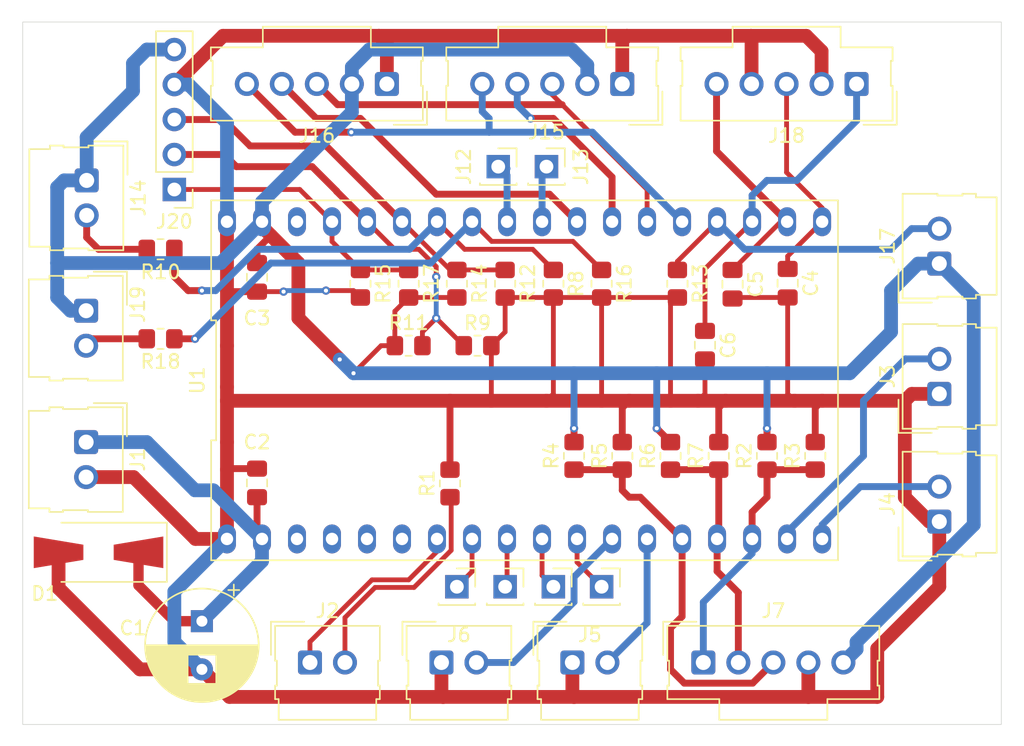
<source format=kicad_pcb>
(kicad_pcb (version 20241229) (generator "pcbnew") (generator_version "9.0")
  (layers (0 "F.Cu" signal) (2 "B.Cu" signal) (13 "F.Paste" user) (15 "B.Paste" user) (5 "F.SilkS" user "F.Silkscreen") (7 "B.SilkS" user "B.Silkscreen") (1 "F.Mask" user) (3 "B.Mask" user) (25 "Edge.Cuts" user))
  (net 0 "")
  (net 1 "GND")
  (net 2 "5V")
  (net 3 "Vcc")
  (net 4 "ENC_A")
  (net 5 "ENC_B")
  (net 6 "ENC_SW")
  (net 7 "Net-(J2-Pin_2)")
  (net 8 "RESET_SW")
  (net 9 "ADC1")
  (net 10 "ADC2")
  (net 11 "ADC3")
  (net 12 "ADC4")
  (net 13 "LED_DIO")
  (net 14 "LED_STB")
  (net 15 "LED_CLK")
  (net 16 "SW_EX1")
  (net 17 "TC_SCK")
  (net 18 "TC_CS1")
  (net 19 "TC_SO")
  (net 20 "TC_CS2")
  (net 21 "SW_MODE")
  (net 22 "SW_EX2")
  (net 23 "EX_CLK")
  (net 24 "EX_STB")
  (net 25 "EX_DIO")
  (net 27 "Net-(J8-Pin_1)")
  (net 28 "Net-(J9-Pin_1)")
  (net 32 "Net-(J10-Pin_1)")
  (net 34 "Net-(J11-Pin_1)")
  (net 35 "Net-(J12-Pin_1)")
  (net 36 "Net-(J13-Pin_1)")
  (net 37 "Net-(J14-Pin_2)")
  (net 38 "Net-(J19-Pin_2)")
  (footprint "Connector_PinSocket_2.54mm:PinSocket_1x01_P2.54mm_Vertical" (layer "F.Cu") (at 149 73)
    (property "Reference" "J13")
    (property "Value" "Conn_01x01_Pin")
  )
  (footprint "Resistor_SMD:R_0805_2012Metric_Pad1.20x1.40mm_HandSolder" (layer "F.Cu") (at 168.5 94 90)
    (property "Reference" "R3")
    (property "Value" "NA")
  )
  (footprint "Capacitor_SMD:C_0805_2012Metric_Pad1.18x1.45mm_HandSolder" (layer "F.Cu") (at 128 81.0375 90)
    (property "Reference" "C3")
    (property "Value" "C_Small")
  )
  (footprint "ESPBrew:DIP-36_907_ELL" (layer "F.Cu") (at 147.41 88.515)
    (property "Reference" "U1")
    (property "Value" "~")
  )
  (footprint "Connector_Molex:Molex_SL_171971-0002_1x02_P2.54mm_Vertical" (layer "F.Cu") (at 177.5 98.77 90)
    (property "Reference" "J4")
    (property "Value" "Conn_01x02")
  )
  (footprint "Connector_Molex:Molex_SL_171971-0002_1x02_P2.54mm_Vertical" (layer "F.Cu") (at 177.5 89.5 90)
    (property "Reference" "J3")
    (property "Value" "Conn_01x02")
  )
  (footprint "Resistor_SMD:R_0805_2012Metric_Pad1.20x1.40mm_HandSolder" (layer "F.Cu") (at 154.5 94 90)
    (property "Reference" "R5")
    (property "Value" "NA")
  )
  (footprint "Resistor_SMD:R_0805_2012Metric_Pad1.20x1.40mm_HandSolder" (layer "F.Cu") (at 139 81.5 -90)
    (property "Reference" "R17")
    (property "Value" "NA")
  )
  (footprint "Capacitor_SMD:C_0805_2012Metric_Pad1.18x1.45mm_HandSolder" (layer "F.Cu") (at 160.5 85.9625 -90)
    (property "Reference" "C6")
    (property "Value" "1uF")
  )
  (footprint "Resistor_SMD:R_0805_2012Metric_Pad1.20x1.40mm_HandSolder" (layer "F.Cu") (at 153 81.5 -90)
    (property "Reference" "R16")
    (property "Value" "10k")
  )
  (footprint "Connector_Molex:Molex_SL_171971-0005_1x05_P2.54mm_Vertical" (layer "F.Cu") (at 160.38 109)
    (property "Reference" "J7")
    (property "Value" "Digital LED")
  )
  (footprint "Connector_Molex:Molex_SL_171971-0002_1x02_P2.54mm_Vertical" (layer "F.Cu") (at 115.6 83.46 -90)
    (property "Reference" "J19")
    (property "Value" "Conn_01x02")
  )
  (footprint "Connector_Molex:Molex_SL_171971-0002_1x02_P2.54mm_Vertical" (layer "F.Cu") (at 115.6 93 -90)
    (property "Reference" "J1")
    (property "Value" "Conn_01x02")
  )
  (footprint "Resistor_SMD:R_0805_2012Metric_Pad1.20x1.40mm_HandSolder" (layer "F.Cu") (at 121 85.5 180)
    (property "Reference" "R18")
    (property "Value" "0")
  )
  (footprint "Connector_Molex:Molex_SL_171971-0002_1x02_P2.54mm_Vertical" (layer "F.Cu") (at 131.84 109)
    (property "Reference" "J2")
    (property "Value" "Conn_01x02")
  )
  (footprint "MountingHole:MountingHole_3mm" (layer "F.Cu") (at 178.5 110)
    (property "Reference" "H4")
    (property "Value" "MountingHole")
  )
  (footprint "Resistor_SMD:R_0805_2012Metric_Pad1.20x1.40mm_HandSolder" (layer "F.Cu") (at 165 94 90)
    (property "Reference" "R2")
    (property "Value" "NA")
  )
  (footprint "Connector_Molex:Molex_SL_171971-0002_1x02_P2.54mm_Vertical" (layer "F.Cu") (at 141.38 109)
    (property "Reference" "J6")
    (property "Value" "Conn_01x02")
  )
  (footprint "Resistor_SMD:R_0805_2012Metric_Pad1.20x1.40mm_HandSolder" (layer "F.Cu") (at 158.5 81.5 -90)
    (property "Reference" "R13")
    (property "Value" "10k")
  )
  (footprint "Connector_PinSocket_2.54mm:PinSocket_1x01_P2.54mm_Vertical" (layer "F.Cu") (at 142.5 103.5)
    (property "Reference" "J8" (hide yes))
    (property "Value" "Conn_01x01_Pin")
  )
  (footprint "Connector_Molex:Molex_SL_171971-0005_1x05_P2.54mm_Vertical" (layer "F.Cu") (at 137.42 67 180)
    (property "Reference" "J16")
    (property "Value" "Conn_01x05")
  )
  (footprint "Connector_PinSocket_2.54mm:PinSocket_1x01_P2.54mm_Vertical" (layer "F.Cu") (at 153 103.5)
    (property "Reference" "J11" (hide yes))
    (property "Value" "Conn_01x01_Pin")
  )
  (footprint "Resistor_SMD:R_0805_2012Metric_Pad1.20x1.40mm_HandSolder" (layer "F.Cu") (at 139 86 180)
    (property "Reference" "R11")
    (property "Value" "NA")
  )
  (footprint "MountingHole:MountingHole_3mm" (layer "F.Cu") (at 178.5 66)
    (property "Reference" "H1")
    (property "Value" "MountingHole")
  )
  (footprint "Resistor_SMD:R_0805_2012Metric_Pad1.20x1.40mm_HandSolder" (layer "F.Cu") (at 161.5 94 90)
    (property "Reference" "R7")
    (property "Value" "NA")
  )
  (footprint "Connector_Molex:Molex_SL_171971-0002_1x02_P2.54mm_Vertical" (layer "F.Cu") (at 115.64 74 -90)
    (property "Reference" "J14")
    (property "Value" "Conn_01x02")
  )
  (footprint "MountingHole:MountingHole_3mm" (layer "F.Cu") (at 114.5 110)
    (property "Reference" "H3")
    (property "Value" "MountingHole")
  )
  (footprint "Connector_PinHeader_2.54mm:PinHeader_1x05_P2.54mm_Vertical" (layer "F.Cu") (at 122 74.66 180)
    (property "Reference" "J20")
    (property "Value" "Expansion")
  )
  (footprint "Diode_SMD:D_SMA-SMB_Universal_Handsoldering" (layer "F.Cu") (at 116.5 101 180)
    (property "Reference" "D1")
    (property "Value" "SMBJ7.0A")
  )
  (footprint "Connector_Molex:Molex_SL_171971-0002_1x02_P2.54mm_Vertical" (layer "F.Cu") (at 150.88 109)
    (property "Reference" "J5")
    (property "Value" "Conn_01x02")
  )
  (footprint "Resistor_SMD:R_0805_2012Metric_Pad1.20x1.40mm_HandSolder" (layer "F.Cu") (at 144 86)
    (property "Reference" "R9")
    (property "Value" "NA")
  )
  (footprint "Resistor_SMD:R_0805_2012Metric_Pad1.20x1.40mm_HandSolder" (layer "F.Cu") (at 121 79 180)
    (property "Reference" "R10")
    (property "Value" "0")
  )
  (footprint "Capacitor_SMD:C_0805_2012Metric_Pad1.18x1.45mm_HandSolder" (layer "F.Cu") (at 166.5 81.4625 -90)
    (property "Reference" "C4")
    (property "Value" "1uF")
  )
  (footprint "Connector_Molex:Molex_SL_171971-0005_1x05_P2.54mm_Vertical" (layer "F.Cu") (at 171.5 67 180)
    (property "Reference" "J18")
    (property "Value" "Conn_01x05")
  )
  (footprint "Capacitor_SMD:C_0805_2012Metric_Pad1.18x1.45mm_HandSolder" (layer "F.Cu") (at 128 95.9625 -90)
    (property "Reference" "C2")
    (property "Value" "C_Small")
  )
  (footprint "Capacitor_SMD:C_0805_2012Metric_Pad1.18x1.45mm_HandSolder" (layer "F.Cu") (at 162.5 81.5375 -90)
    (property "Reference" "C5")
    (property "Value" "1uF")
  )
  (footprint "Resistor_SMD:R_0805_2012Metric_Pad1.20x1.40mm_HandSolder" (layer "F.Cu") (at 142.5 81.5 -90)
    (property "Reference" "R14")
    (property "Value" "NA")
  )
  (footprint "Resistor_SMD:R_0805_2012Metric_Pad1.20x1.40mm_HandSolder" (layer "F.Cu") (at 142 96 90)
    (property "Reference" "R1")
    (property "Value" "10k")
  )
  (footprint "Connector_Molex:Molex_SL_171971-0005_1x05_P2.54mm_Vertical" (layer "F.Cu") (at 154.5 67 180)
    (property "Reference" "J15")
    (property "Value" "Conn_01x05")
  )
  (footprint "MountingHole:MountingHole_3mm" (layer "F.Cu") (at 114.5 66)
    (property "Reference" "H2")
    (property "Value" "MountingHole")
  )
  (footprint "Connector_PinSocket_2.54mm:PinSocket_1x01_P2.54mm_Vertical" (layer "F.Cu") (at 146 103.5)
    (property "Reference" "J9" (hide yes))
    (property "Value" "Conn_01x01_Pin")
  )
  (footprint "Connector_PinSocket_2.54mm:PinSocket_1x01_P2.54mm_Vertical" (layer "F.Cu") (at 149.5 103.5)
    (property "Reference" "J10" (hide yes))
    (property "Value" "Conn_01x01_Pin")
  )
  (footprint "Resistor_SMD:R_0805_2012Metric_Pad1.20x1.40mm_HandSolder" (layer "F.Cu") (at 135.5 81.5 -90)
    (property "Reference" "R15")
    (property "Value" "NA")
  )
  (footprint "Connector_Molex:Molex_SL_171971-0002_1x02_P2.54mm_Vertical" (layer "F.Cu") (at 177.5 80.04 90)
    (property "Reference" "J17")
    (property "Value" "Conn_01x02")
  )
  (footprint "Resistor_SMD:R_0805_2012Metric_Pad1.20x1.40mm_HandSolder" (layer "F.Cu") (at 158 94 90)
    (property "Reference" "R6")
    (property "Value" "NA")
  )
  (footprint "Capacitor_THT:CP_Radial_D8.0mm_P3.50mm" (layer "F.Cu") (at 124 106 -90)
    (property "Reference" "C1")
    (property "Value" "100uF")
  )
  (footprint "Resistor_SMD:R_0805_2012Metric_Pad1.20x1.40mm_HandSolder" (layer "F.Cu") (at 151 94 90)
    (property "Reference" "R4")
    (property "Value" "NA")
  )
  (footprint "Resistor_SMD:R_0805_2012Metric_Pad1.20x1.40mm_HandSolder" (layer "F.Cu") (at 146 81.5 -90)
    (property "Reference" "R12")
    (property "Value" "NA")
  )
  (footprint "Resistor_SMD:R_0805_2012Metric_Pad1.20x1.40mm_HandSolder" (layer "F.Cu") (at 149.5 81.5 -90)
    (property "Reference" "R8")
    (property "Value" "10k")
  )
  (footprint "Connector_PinSocket_2.54mm:PinSocket_1x01_P2.54mm_Vertical" (layer "F.Cu") (at 145.5 73)
    (property "Reference" "J12")
    (property "Value" "Conn_01x01_Pin")
  )
  (gr_rect (start 111 62.5) (end 182 113.5) (stroke (width 0.05)) (fill no) (layer "Edge.Cuts"))
  (segment (start 125.82 95) (end 125.82 100.03) (width 1) (layer "F.Cu") (net 1))
  (segment (start 175 97) (end 176.77 98.77) (width 1) (layer "F.Cu") (net 1))
  (segment (start 141.38 109) (end 141.38 111.38) (width 1) (layer "F.Cu") (net 1))
  (segment (start 173 111.5) (end 168 111.5) (width 1) (layer "F.Cu") (net 1))
  (segment (start 150.88 109) (end 150.88 111.38) (width 1) (layer "F.Cu") (net 1))
  (segment (start 149.5 89.5) (end 149 90) (width 0.35) (layer "F.Cu") (net 1))
  (segment (start 153 82.5) (end 153 90) (width 0.35) (layer "F.Cu") (net 1))
  (segment (start 125.895 94.925) (end 125.82 95) (width 0.5) (layer "F.Cu") (net 1))
  (segment (start 145 90) (end 149 90) (width 1) (layer "F.Cu") (net 1))
  (segment (start 137.42 67) (end 137.42 64.08) (width 1) (layer "F.Cu") (net 1))
  (segment (start 175.5 89.5) (end 177.5 89.5) (width 1) (layer "F.Cu") (net 1))
  (segment (start 175 90) (end 175 97) (width 1) (layer "F.Cu") (net 1))
  (segment (start 158.575 82.575) (end 158.5 82.5) (width 0.35) (layer "F.Cu") (net 1))
  (segment (start 124 109.5) (end 119.5 109.5) (width 1) (layer "F.Cu") (net 1))
  (segment (start 125.82 90) (end 142 90) (width 1) (layer "F.Cu") (net 1))
  (segment (start 166.5 82.5) (end 166.5 89.5) (width 0.35) (layer "F.Cu") (net 1))
  (segment (start 141.38 111.38) (end 141.5 111.5) (width 1) (layer "F.Cu") (net 1))
  (segment (start 125.82 82) (end 125.82 86) (width 1) (layer "F.Cu") (net 1))
  (segment (start 125.82 86) (end 125.82 89) (width 1) (layer "F.Cu") (net 1))
  (segment (start 168.96 64.62) (end 168.96 67) (width 1) (layer "F.Cu") (net 1))
  (segment (start 115.6 95.54) (end 119.04 95.54) (width 1) (layer "F.Cu") (net 1))
  (segment (start 160.5 87) (end 160.5 89.5) (width 0.35) (layer "F.Cu") (net 1))
  (segment (start 176.77 98.77) (end 177.5 98.77) (width 1) (layer "F.Cu") (net 1))
  (segment (start 168 111.5) (end 151 111.5) (width 1) (layer "F.Cu") (net 1))
  (segment (start 125.82 93) (end 125.82 95) (width 1) (layer "F.Cu") (net 1))
  (segment (start 142 90) (end 145 90) (width 1) (layer "F.Cu") (net 1))
  (segment (start 154.5 90.5) (end 155 90) (width 0.5) (layer "F.Cu") (net 1))
  (segment (start 162 90) (end 167 90) (width 1) (layer "F.Cu") (net 1))
  (segment (start 125.82 77) (end 125.82 82) (width 1) (layer "F.Cu") (net 1))
  (segment (start 125.895 82.075) (end 125.82 82) (width 0.5) (layer "F.Cu") (net 1))
  (segment (start 136.84 63.5) (end 125.54 63.5) (width 1) (layer "F.Cu") (net 1))
  (segment (start 158.5 82.5) (end 158 83) (width 0.35) (layer "F.Cu") (net 1))
  (segment (start 167.84 63.5) (end 168.96 64.62) (width 1) (layer "F.Cu") (net 1))
  (segment (start 175 90) (end 175.5 89.5) (width 1) (layer "F.Cu") (net 1))
  (segment (start 162.575 82.575) (end 162.65 82.5) (width 0.35) (layer "F.Cu") (net 1))
  (segment (start 167 90) (end 169 90) (width 1) (layer "F.Cu") (net 1))
  (segment (start 146 85) (end 145 86) (width 0.35) (layer "F.Cu") (net 1))
  (segment (start 168.5 93) (end 168.5 90.5) (width 0.5) (layer "F.Cu") (net 1))
  (segment (start 168.5 90.5) (end 169 90) (width 0.5) (layer "F.Cu") (net 1))
  (segment (start 133 82) (end 135 82) (width 0.35) (layer "F.Cu") (net 1))
  (segment (start 128 94.925) (end 125.895 94.925) (width 0.5) (layer "F.Cu") (net 1))
  (segment (start 158.5 82.5) (end 153 82.5) (width 0.35) (layer "F.Cu") (net 1))
  (segment (start 125.82 89) (end 125.82 90) (width 1) (layer "F.Cu") (net 1))
  (segment (start 149.5 82.5) (end 149.5 89.5) (width 0.35) (layer "F.Cu") (net 1))
  (segment (start 177.5 103.5) (end 173 108) (width 1) (layer "F.Cu") (net 1))
  (segment (start 145 86) (end 145 90) (width 0.35) (layer "F.Cu") (net 1))
  (segment (start 173 108) (end 173 111.5) (width 1) (layer "F.Cu") (net 1))
  (segment (start 161.5 90.5) (end 162 90) (width 0.5) (layer "F.Cu") (net 1))
  (segment (start 149.5 82.5) (end 153 82.5) (width 0.35) (layer "F.Cu") (net 1))
  (segment (start 123.53 100.03) (end 125.82 100.03) (width 1) (layer "F.Cu") (net 1))
  (segment (start 119.5 109.5) (end 113.6 103.6) (width 1) (layer "F.Cu") (net 1))
  (segment (start 141.5 111.5) (end 126 111.5) (width 1) (layer "F.Cu") (net 1))
  (segment (start 135 82) (end 135.5 82.5) (width 0.35) (layer "F.Cu") (net 1))
  (segment (start 119.04 95.54) (end 123.53 100.03) (width 1) (layer "F.Cu") (net 1))
  (segment (start 169 90) (end 175 90) (width 1) (layer "F.Cu") (net 1))
  (segment (start 158 90) (end 160 90) (width 1) (layer "F.Cu") (net 1))
  (segment (start 137.42 64.08) (end 136.84 63.5) (width 1) (layer "F.Cu") (net 1))
  (segment (start 154.84 63.5) (end 163.84 63.5) (width 1) (layer "F.Cu") (net 1))
  (segment (start 154.5 93) (end 154.5 90.5) (width 0.5) (layer "F.Cu") (net 1))
  (segment (start 158 83) (end 158 90) (width 0.35) (layer "F.Cu") (net 1))
  (segment (start 163.88 67) (end 163.88 63.54) (width 1) (layer "F.Cu") (net 1))
  (segment (start 142 95) (end 142 90) (width 0.5) (layer "F.Cu") (net 1))
  (segment (start 177.5 98.77) (end 177.5 103.5) (width 1) (layer "F.Cu") (net 1))
  (segment (start 125.425 99.635) (end 125.82 100.03) (width 0.5) (layer "F.Cu") (net 1))
  (segment (start 128 82.075) (end 129.925 82.075) (width 0.35) (layer "F.Cu") (net 1))
  (segment (start 161.5 93) (end 161.5 90.5) (width 0.5) (layer "F.Cu") (net 1))
  (segment (start 125.82 90) (end 125.82 93) (width 1) (layer "F.Cu") (net 1))
  (segment (start 168 109) (end 168 111.5) (width 1) (layer "F.Cu") (net 1))
  (segment (start 151 111.5) (end 141.5 111.5) (width 1) (layer "F.Cu") (net 1))
  (segment (start 128 82.075) (end 125.895 82.075) (width 0.5) (layer "F.Cu") (net 1))
  (segment (start 160 90) (end 162 90) (width 1) (layer "F.Cu") (net 1))
  (segment (start 163.84 63.5) (end 167.84 63.5) (width 1) (layer "F.Cu") (net 1))
  (segment (start 146 82.5) (end 146 85) (width 0.35) (layer "F.Cu") (net 1))
  (segment (start 162.65 82.5) (end 166.5 82.5) (width 0.35) (layer "F.Cu") (net 1))
  (segment (start 154.5 63.84) (end 154.84 63.5) (width 1) (layer "F.Cu") (net 1))
  (segment (start 146 82.5) (end 149.5 82.5) (width 0.35) (layer "F.Cu") (net 1))
  (segment (start 113.6 103.6) (end 113.6 101) (width 1) (layer "F.Cu") (net 1))
  (segment (start 150.88 111.38) (end 151 111.5) (width 1) (layer "F.Cu") (net 1))
  (segment (start 153 90) (end 155 90) (width 1) (layer "F.Cu") (net 1))
  (segment (start 125.54 63.5) (end 122 67.04) (width 1) (layer "F.Cu") (net 1))
  (segment (start 155 90) (end 158 90) (width 1) (layer "F.Cu") (net 1))
  (segment (start 162.5 82.575) (end 162.575 82.575) (width 0.35) (layer "F.Cu") (net 1))
  (segment (start 163.88 63.54) (end 163.84 63.5) (width 1) (layer "F.Cu") (net 1))
  (segment (start 160.5 89.5) (end 160 90) (width 0.35) (layer "F.Cu") (net 1))
  (segment (start 136.84 63.5) (end 154.84 63.5) (width 1) (layer "F.Cu") (net 1))
  (segment (start 149 90) (end 153 90) (width 1) (layer "F.Cu") (net 1))
  (segment (start 126 111.5) (end 124 109.5) (width 1) (layer "F.Cu") (net 1))
  (segment (start 154.5 67) (end 154.5 63.84) (width 1) (layer "F.Cu") (net 1))
  (segment (start 166.5 89.5) (end 167 90) (width 0.35) (layer "F.Cu") (net 1))
  (via (at 129.925 82.075) (size 0.6) (drill 0.3) (layers "F.Cu" "B.Cu") (net 1))
  (via (at 133 82) (size 0.6) (drill 0.3) (layers "F.Cu" "B.Cu") (net 1))
  (segment (start 122 103.85) (end 125.82 100.03) (width 1) (layer "B.Cu") (net 1))
  (segment (start 130 82) (end 133 82) (width 0.35) (layer "B.Cu") (net 1))
  (segment (start 122 107.5) (end 122 103.85) (width 1) (layer "B.Cu") (net 1))
  (segment (start 129.925 82.075) (end 130 82) (width 0.35) (layer "B.Cu") (net 1))
  (segment (start 125.82 77) (end 125.82 69.82) (width 1) (layer "B.Cu") (net 1))
  (segment (start 123.04 67.04) (end 122 67.04) (width 1) (layer "B.Cu") (net 1))
  (segment (start 122 107.5) (end 124 109.5) (width 1) (layer "B.Cu") (net 1))
  (segment (start 125.82 69.82) (end 123.04 67.04) (width 1) (layer "B.Cu") (net 1))
  (segment (start 122 106) (end 124 106) (width 0.75) (layer "F.Cu") (net 2))
  (segment (start 119.4 103.4) (end 122 106) (width 0.75) (layer "F.Cu") (net 2))
  (segment (start 119.4 101) (end 119.4 103.4) (width 0.75) (layer "F.Cu") (net 2))
  (segment (start 128 99.67) (end 128.36 100.03) (width 0.5) (layer "F.Cu") (net 2))
  (segment (start 128 97) (end 128 99.67) (width 0.5) (layer "F.Cu") (net 2))
  (segment (start 124.83 96.5) (end 128.36 100.03) (width 1) (layer "B.Cu") (net 2))
  (segment (start 115.6 93) (end 120 93) (width 1) (layer "B.Cu") (net 2))
  (segment (start 123.5 96.5) (end 124.83 96.5) (width 1) (layer "B.Cu") (net 2))
  (segment (start 120 93) (end 123.5 96.5) (width 1) (layer "B.Cu") (net 2))
  (segment (start 128.36 100.03) (end 128.36 101.64) (width 1) (layer "B.Cu") (net 2))
  (segment (start 128.36 101.64) (end 124 106) (width 1) (layer "B.Cu") (net 2))
  (segment (start 128 79) (end 129 78) (width 0.5) (layer "F.Cu") (net 3))
  (segment (start 128 77.36) (end 128.36 77) (width 0.5) (layer "F.Cu") (net 3))
  (segment (start 142.5 82.5) (end 139 82.5) (width 0.35) (layer "F.Cu") (net 3))
  (segment (start 137 86) (end 135 88) (width 0.35) (layer "F.Cu") (net 3))
  (segment (start 128.36 77.36) (end 129 78) (width 1) (layer "F.Cu") (net 3))
  (segment (start 158 93) (end 157 92) (width 0.5) (layer "F.Cu") (net 3))
  (segment (start 128 80) (end 128 79) (width 0.5) (layer "F.Cu") (net 3))
  (segment (start 151 93) (end 151 92) (width 0.5) (layer "F.Cu") (net 3))
  (segment (start 134 87) (end 135 88) (width 0.5) (layer "F.Cu") (net 3))
  (segment (start 129 78) (end 131 80) (width 1) (layer "F.Cu") (net 3))
  (segment (start 131 84) (end 134 87) (width 1) (layer "F.Cu") (net 3))
  (segment (start 138 86) (end 137 86) (width 0.35) (layer "F.Cu") (net 3))
  (segment (start 165 93) (end 165 92) (width 0.5) (layer "F.Cu") (net 3))
  (segment (start 128.36 77) (end 128.36 77.36) (width 1) (layer "F.Cu") (net 3))
  (segment (start 131 80) (end 131 84) (width 1) (layer "F.Cu") (net 3))
  (segment (start 138 86) (end 138 83.5) (width 0.35) (layer "F.Cu") (net 3))
  (segment (start 138 83.5) (end 139 82.5) (width 0.35) (layer "F.Cu") (net 3))
  (via (at 151 92) (size 0.6) (drill 0.3) (layers "F.Cu" "B.Cu") (net 3))
  (via (at 165 92) (size 0.6) (drill 0.3) (layers "F.Cu" "B.Cu") (net 3))
  (via (at 134 87) (size 0.6) (drill 0.3) (layers "F.Cu" "B.Cu") (net 3))
  (via (at 157 92) (size 0.6) (drill 0.3) (layers "F.Cu" "B.Cu") (net 3))
  (via (at 135 88) (size 0.6) (drill 0.3) (layers "F.Cu" "B.Cu") (net 3))
  (segment (start 151 92) (end 151 88) (width 0.5) (layer "B.Cu") (net 3))
  (segment (start 180 99) (end 171.5 107.5) (width 1) (layer "B.Cu") (net 3))
  (segment (start 119 65.5) (end 120 64.5) (width 1) (layer "B.Cu") (net 3))
  (segment (start 150.84 64.5) (end 151.96 65.62) (width 1) (layer "B.Cu") (net 3))
  (segment (start 134 87) (end 135 88) (width 1) (layer "B.Cu") (net 3))
  (segment (start 113.5 80) (end 113.5 74.5) (width 1) (layer "B.Cu") (net 3))
  (segment (start 165 88) (end 171 88) (width 1) (layer "B.Cu") (net 3))
  (segment (start 114 74) (end 115.64 74) (width 1) (layer "B.Cu") (net 3))
  (segment (start 157 92) (end 157 88) (width 0.5) (layer "B.Cu") (net 3))
  (segment (start 134.88 67) (end 134.88 69.044372) (width 1) (layer "B.Cu") (net 3))
  (segment (start 113.5 80) (end 113.5 82.5) (width 1) (layer "B.Cu") (net 3))
  (segment (start 151.96 65.62) (end 151.96 67) (width 1) (layer "B.Cu") (net 3))
  (segment (start 165 92) (end 165 88) (width 0.5) (layer "B.Cu") (net 3))
  (segment (start 175.96 80.04) (end 177.5 80.04) (width 1) (layer "B.Cu") (net 3))
  (segment (start 113.5 74.5) (end 114 74) (width 1) (layer "B.Cu") (net 3))
  (segment (start 134.88 65.769635) (end 136.149635 64.5) (width 1) (layer "B.Cu") (net 3))
  (segment (start 174 82) (end 175.96 80.04) (width 1) (layer "B.Cu") (net 3))
  (segment (start 134.88 67) (end 134.88 65.769635) (width 1) (layer "B.Cu") (net 3))
  (segment (start 135 88) (end 151 88) (width 1) (layer "B.Cu") (net 3))
  (segment (start 119 67.5) (end 119 65.5) (width 1) (layer "B.Cu") (net 3))
  (segment (start 115.64 70.86) (end 119 67.5) (width 1) (layer "B.Cu") (net 3))
  (segment (start 128.36 77) (end 125.36 80) (width 1) (layer "B.Cu") (net 3))
  (segment (start 120 64.5) (end 122 64.5) (width 1) (layer "B.Cu") (net 3))
  (segment (start 171.5 107.5) (end 171.5 108.04) (width 1) (layer "B.Cu") (net 3))
  (segment (start 136.149635 64.5) (end 150.84 64.5) (width 1) (layer "B.Cu") (net 3))
  (segment (start 157 88) (end 165 88) (width 1) (layer "B.Cu") (net 3))
  (segment (start 174 85) (end 174 82) (width 1) (layer "B.Cu") (net 3))
  (segment (start 128.36 75.564372) (end 128.36 77) (width 1) (layer "B.Cu") (net 3))
  (segment (start 134.88 69.044372) (end 128.36 75.564372) (width 1) (layer "B.Cu") (net 3))
  (segment (start 125.36 80) (end 113.5 80) (width 1) (layer "B.Cu") (net 3))
  (segment (start 113.5 82.5) (end 114.46 83.46) (width 1) (layer "B.Cu") (net 3))
  (segment (start 180 82.54) (end 180 99) (width 1) (layer "B.Cu") (net 3))
  (segment (start 115.64 74) (end 115.64 70.86) (width 1) (layer "B.Cu") (net 3))
  (segment (start 171 88) (end 174 85) (width 1) (layer "B.Cu") (net 3))
  (segment (start 171.5 108.04) (end 170.54 109) (width 1) (layer "B.Cu") (net 3))
  (segment (start 114.46 83.46) (end 115.6 83.46) (width 1) (layer "B.Cu") (net 3))
  (segment (start 177.5 80.04) (end 180 82.54) (width 1) (layer "B.Cu") (net 3))
  (segment (start 151 88) (end 157 88) (width 1) (layer "B.Cu") (net 3))
  (segment (start 169 76) (end 166.42 73.42) (width 0.35) (layer "F.Cu") (net 4))
  (segment (start 166.5 80.425) (end 166.5 79.5) (width 0.35) (layer "F.Cu") (net 4))
  (segment (start 166.42 73.42) (end 166.42 67) (width 0.35) (layer "F.Cu") (net 4))
  (segment (start 166.5 79.5) (end 169 77) (width 0.35) (layer "F.Cu") (net 4))
  (segment (start 169 77) (end 169 76) (width 0.35) (layer "F.Cu") (net 4))
  (segment (start 161.34 71.88) (end 166.46 77) (width 0.5) (layer "F.Cu") (net 5))
  (segment (start 166 77) (end 166.46 77) (width 0.35) (layer "F.Cu") (net 5))
  (segment (start 161.34 67) (end 161.34 71.88) (width 0.5) (layer "F.Cu") (net 5))
  (segment (start 162.5 80.5) (end 166 77) (width 0.35) (layer "F.Cu") (net 5))
  (segment (start 160.5 84.925) (end 160.5 80.42) (width 0.35) (layer "F.Cu") (net 6))
  (segment (start 160.5 80.42) (end 163.92 77) (width 0.35) (layer "F.Cu") (net 6))
  (segment (start 171.5 69.66) (end 171.5 67) (width 0.5) (layer "B.Cu") (net 6))
  (segment (start 167.16 74) (end 165 74) (width 0.5) (layer "B.Cu") (net 6))
  (segment (start 163.92 75.08) (end 163.92 77) (width 0.5) (layer "B.Cu") (net 6))
  (segment (start 167.16 74) (end 171.5 69.66) (width 0.5) (layer "B.Cu") (net 6))
  (segment (start 165 74) (end 163.92 75.08) (width 0.5) (layer "B.Cu") (net 6))
  (segment (start 139.389983 103.551) (end 136.568232 103.551) (width 0.35) (layer "F.Cu") (net 7))
  (segment (start 142.086 97.086) (end 142.086 100.854983) (width 0.35) (layer "F.Cu") (net 7))
  (segment (start 142 97) (end 142.086 97.086) (width 0.35) (layer "F.Cu") (net 7))
  (segment (start 142.086 100.854983) (end 139.389983 103.551) (width 0.35) (layer "F.Cu") (net 7))
  (segment (start 136.568232 103.551) (end 134.38 105.739232) (width 0.35) (layer "F.Cu") (net 7))
  (segment (start 134.38 105.739232) (end 134.38 109) (width 0.35) (layer "F.Cu") (net 7))
  (segment (start 139 103) (end 141.06 100.94) (width 0.35) (layer "F.Cu") (net 8))
  (segment (start 131.84 107.5) (end 131.84 109) (width 0.35) (layer "F.Cu") (net 8))
  (segment (start 131.84 107.5) (end 136.34 103) (width 0.35) (layer "F.Cu") (net 8))
  (segment (start 136.34 103) (end 139 103) (width 0.35) (layer "F.Cu") (net 8))
  (segment (start 141.06 100.94) (end 141.06 100.03) (width 0.35) (layer "F.Cu") (net 8))
  (segment (start 172 90) (end 175.04 86.96) (width 0.5) (layer "B.Cu") (net 9))
  (segment (start 166.46 100.03) (end 166.46 99.54) (width 0.5) (layer "B.Cu") (net 9))
  (segment (start 166.46 99.54) (end 172 94) (width 0.5) (layer "B.Cu") (net 9))
  (segment (start 172 94) (end 172 90) (width 0.5) (layer "B.Cu") (net 9))
  (segment (start 175.04 86.96) (end 177.5 86.96) (width 0.5) (layer "B.Cu") (net 9))
  (segment (start 171.77 96.23) (end 169 99) (width 0.5) (layer "B.Cu") (net 10))
  (segment (start 169 99) (end 169 100.03) (width 0.5) (layer "B.Cu") (net 10))
  (segment (start 177.5 96.23) (end 171.77 96.23) (width 0.5) (layer "B.Cu") (net 10))
  (segment (start 153.42 109) (end 156.3 106.12) (width 0.5) (layer "B.Cu") (net 11))
  (segment (start 156.3 106.12) (end 156.3 100.03) (width 0.5) (layer "B.Cu") (net 11))
  (segment (start 153.76 100.24) (end 153.76 100.03) (width 0.5) (layer "F.Cu") (net 12))
  (segment (start 153.76 100.03) (end 151 102.79) (width 0.5) (layer "B.Cu") (net 12))
  (segment (start 146.602 109) (end 143.92 109) (width 0.5) (layer "B.Cu") (net 12))
  (segment (start 151 102.79) (end 151 104.602) (width 0.5) (layer "B.Cu") (net 12))
  (segment (start 151 104.602) (end 146.602 109) (width 0.5) (layer "B.Cu") (net 12))
  (segment (start 168.5 95) (end 165 95) (width 0.5) (layer "F.Cu") (net 13))
  (segment (start 165 95) (end 165 97) (width 0.5) (layer "F.Cu") (net 13))
  (segment (start 165 97) (end 163.92 98.08) (width 0.5) (layer "F.Cu") (net 13))
  (segment (start 163.92 98.08) (end 163.92 100.03) (width 0.5) (layer "F.Cu") (net 13))
  (segment (start 160.38 104.62) (end 163.92 101.08) (width 0.5) (layer "B.Cu") (net 13))
  (segment (start 163.92 101.08) (end 163.92 100.03) (width 0.5) (layer "B.Cu") (net 13))
  (segment (start 160.38 109) (end 160.38 104.62) (width 0.5) (layer "B.Cu") (net 13))
  (segment (start 159 110.5) (end 158 109.5) (width 0.5) (layer "F.Cu") (net 14))
  (segment (start 155 97) (end 155.81 97) (width 0.5) (layer "F.Cu") (net 14))
  (segment (start 158 106.5) (end 158.84 105.66) (width 0.5) (layer "F.Cu") (net 14))
  (segment (start 165.46 109) (end 163.96 110.5) (width 0.5) (layer "F.Cu") (net 14))
  (segment (start 163.96 110.5) (end 159 110.5) (width 0.5) (layer "F.Cu") (net 14))
  (segment (start 151 95) (end 154.5 95) (width 0.5) (layer "F.Cu") (net 14))
  (segment (start 158.84 105.66) (end 158.84 100.03) (width 0.5) (layer "F.Cu") (net 14))
  (segment (start 158 109.5) (end 158 106.5) (width 0.5) (layer "F.Cu") (net 14))
  (segment (start 155.81 97) (end 158.84 100.03) (width 0.5) (layer "F.Cu") (net 14))
  (segment (start 154.5 95) (end 154.5 96.5) (width 0.5) (layer "F.Cu") (net 14))
  (segment (start 154.5 96.5) (end 155 97) (width 0.5) (layer "F.Cu") (net 14))
  (segment (start 161.38 100.03) (end 161.38 102.38) (width 0.5) (layer "F.Cu") (net 15))
  (segment (start 161.5 99.91) (end 161.38 100.03) (width 0.5) (layer "F.Cu") (net 15))
  (segment (start 161.5 95) (end 161.5 99.91) (width 0.5) (layer "F.Cu") (net 15))
  (segment (start 158 95) (end 161.5 95) (width 0.5) (layer "F.Cu") (net 15))
  (segment (start 162.92 103.92) (end 162.92 109) (width 0.5) (layer "F.Cu") (net 15))
  (segment (start 161.38 102.38) (end 162.92 103.92) (width 0.5) (layer "F.Cu") (net 15))
  (segment (start 141.06 77) (end 143.06 79) (width 0.35) (layer "F.Cu") (net 16))
  (segment (start 123 82) (end 122 81) (width 0.5) (layer "F.Cu") (net 16))
  (segment (start 148 79) (end 149.5 80.5) (width 0.35) (layer "F.Cu") (net 16))
  (segment (start 143.06 79) (end 148 79) (width 0.35) (layer "F.Cu") (net 16))
  (segment (start 124 82) (end 123 82) (width 0.5) (layer "F.Cu") (net 16))
  (segment (start 122 81) (end 122 79) (width 0.5) (layer "F.Cu") (net 16))
  (via (at 124 82) (size 0.6) (drill 0.3) (layers "F.Cu" "B.Cu") (net 16))
  (segment (start 125 82) (end 128 79) (width 0.5) (layer "B.Cu") (net 16))
  (segment (start 128 79) (end 139.06 79) (width 0.5) (layer "B.Cu") (net 16))
  (segment (start 124 82) (end 125 82) (width 0.5) (layer "B.Cu") (net 16))
  (segment (start 139.06 79) (end 141.06 77) (width 0.5) (layer "B.Cu") (net 16))
  (segment (start 150.14 68.5) (end 156.3 74.66) (width 0.35) (layer "F.Cu") (net 17))
  (segment (start 132.34 67) (end 133.84 68.5) (width 0.5) (layer "F.Cu") (net 17))
  (segment (start 156.3 76.22) (end 156.3 77) (width 0.5) (layer "F.Cu") (net 17))
  (segment (start 133.84 68.5) (end 150.14 68.5) (width 0.5) (layer "F.Cu") (net 17))
  (segment (start 149.42 67) (end 149.42 67.78) (width 0.35) (layer "F.Cu") (net 17))
  (segment (start 156.3 74.66) (end 156.3 77) (width 0.35) (layer "F.Cu") (net 17))
  (segment (start 149.42 67.78) (end 150.14 68.5) (width 0.35) (layer "F.Cu") (net 17))
  (segment (start 153.76 73.76) (end 153.76 77) (width 0.5) (layer "F.Cu") (net 18))
  (segment (start 149.5 69.5) (end 153.76 73.76) (width 0.5) (layer "F.Cu") (net 18))
  (segment (start 147.84 69.5) (end 149.5 69.5) (width 0.5) (layer "F.Cu") (net 18))
  (via (at 147.84 69.5) (size 0.6) (drill 0.3) (layers "F.Cu" "B.Cu") (net 18))
  (segment (start 146.88 68.54) (end 147.84 69.5) (width 0.5) (layer "B.Cu") (net 18))
  (segment (start 146.88 67) (end 146.88 68.54) (width 0.5) (layer "B.Cu") (net 18))
  (segment (start 127.26 67) (end 130.76 70.5) (width 0.5) (layer "F.Cu") (net 19))
  (segment (start 130.76 70.5) (end 134.84 70.5) (width 0.5) (layer "F.Cu") (net 19))
  (via (at 134.84 70.5) (size 0.6) (drill 0.3) (layers "F.Cu" "B.Cu") (net 19))
  (segment (start 134.84 70.5) (end 144.84 70.5) (width 0.5) (layer "B.Cu") (net 19))
  (segment (start 144.34 67) (end 144.34 69) (width 0.5) (layer "B.Cu") (net 19))
  (segment (start 144.34 69) (end 144.84 69.5) (width 0.5) (layer "B.Cu") (net 19))
  (segment (start 144.84 70.5) (end 152.34 70.5) (width 0.5) (layer "B.Cu") (net 19))
  (segment (start 144.84 69.5) (end 144.84 70.5) (width 0.5) (layer "B.Cu") (net 19))
  (segment (start 152.34 70.5) (end 158.84 77) (width 0.5) (layer "B.Cu") (net 19))
  (segment (start 149.22 75) (end 151.22 77) (width 0.5) (layer "F.Cu") (net 20))
  (segment (start 132.3 69.5) (end 135.5 69.5) (width 0.5) (layer "F.Cu") (net 20))
  (segment (start 141 75) (end 149.22 75) (width 0.5) (layer "F.Cu") (net 20))
  (segment (start 129.8 67) (end 132.3 69.5) (width 0.5) (layer "F.Cu") (net 20))
  (segment (start 135.5 69.5) (end 141 75) (width 0.5) (layer "F.Cu") (net 20))
  (segment (start 161.38 77) (end 158.5 79.88) (width 0.35) (layer "F.Cu") (net 21))
  (segment (start 158.5 79.88) (end 158.5 80.5) (width 0.35) (layer "F.Cu") (net 21))
  (segment (start 163.38 79) (end 174 79) (width 0.5) (layer "B.Cu") (net 21))
  (segment (start 175.5 77.5) (end 177.5 77.5) (width 0.5) (layer "B.Cu") (net 21))
  (segment (start 174 79) (end 175.5 77.5) (width 0.5) (layer "B.Cu") (net 21))
  (segment (start 161.38 77) (end 163.38 79) (width 0.5) (layer "B.Cu") (net 21))
  (segment (start 122 85.5) (end 123.5 85.5) (width 0.5) (layer "F.Cu") (net 22))
  (segment (start 143.6 77) (end 145.026 78.426) (width 0.35) (layer "F.Cu") (net 22))
  (segment (start 150.926 78.426) (end 153 80.5) (width 0.35) (layer "F.Cu") (net 22))
  (segment (start 145.026 78.426) (end 150.926 78.426) (width 0.35) (layer "F.Cu") (net 22))
  (via (at 123.5 85.5) (size 0.6) (drill 0.3) (layers "F.Cu" "B.Cu") (net 22))
  (segment (start 129 80) (end 126 83) (width 0.5) (layer "B.Cu") (net 22))
  (segment (start 143.6 77) (end 140.6 80) (width 0.5) (layer "B.Cu") (net 22))
  (segment (start 140.6 80) (end 129 80) (width 0.5) (layer "B.Cu") (net 22))
  (segment (start 126 83) (end 123.5 85.5) (width 0.5) (layer "B.Cu") (net 22))
  (segment (start 133.778 74.778) (end 132 73) (width 0.5) (layer "F.Cu") (net 23))
  (segment (start 141 80.259232) (end 141 81) (width 0.35) (layer "F.Cu") (net 23))
  (segment (start 137.98 79) (end 139 79) (width 0.35) (layer "F.Cu") (net 23))
  (segment (start 125.62 72.12) (end 122 72.12) (width 0.5) (layer "F.Cu") (net 23))
  (segment (start 139 79) (end 139.740768 79) (width 0.35) (layer "F.Cu") (net 23))
  (segment (start 135.98 77) (end 137.98 79) (width 0.35) (layer "F.Cu") (net 23))
  (segment (start 133.778 74.798) (end 133.778 74.778) (width 0.5) (layer "F.Cu") (net 23))
  (segment (start 140 85) (end 141 84) (width 0.35) (layer "F.Cu") (net 23))
  (segment (start 141 84) (end 143 86) (width 0.35) (layer "F.Cu") (net 23))
  (segment (start 135.98 77) (end 133.778 74.798) (width 0.5) (layer "F.Cu") (net 23))
  (segment (start 139.740768 79) (end 140.740768 80) (width 0.35) (layer "F.Cu") (net 23))
  (segment (start 140 86) (end 140 85) (width 0.35) (layer "F.Cu") (net 23))
  (segment (start 126.5 73) (end 125.62 72.12) (width 0.5) (layer "F.Cu") (net 23))
  (segment (start 140.870384 80.129616) (end 141 80.259232) (width 0.35) (layer "F.Cu") (net 23))
  (segment (start 132 73) (end 126.5 73) (width 0.5) (layer "F.Cu") (net 23))
  (segment (start 140.740768 80) (end 140.870384 80.129616) (width 0.35) (layer "F.Cu") (net 23))
  (via (at 141 84) (size 0.6) (drill 0.3) (layers "F.Cu" "B.Cu") (net 23))
  (via (at 141 81) (size 0.6) (drill 0.3) (layers "F.Cu" "B.Cu") (net 23))
  (segment (start 141 81) (end 141 84) (width 0.35) (layer "B.Cu") (net 23))
  (segment (start 127.5 71.5) (end 125.58 69.58) (width 0.5) (layer "F.Cu") (net 24))
  (segment (start 142.5 80.5) (end 142.02 80.5) (width 0.35) (layer "F.Cu") (net 24))
  (segment (start 138.52 77) (end 133.02 71.5) (width 0.5) (layer "F.Cu") (net 24))
  (segment (start 142.02 80.5) (end 138.52 77) (width 0.35) (layer "F.Cu") (net 24))
  (segment (start 146 80.5) (end 142.5 80.5) (width 0.35) (layer "F.Cu") (net 24))
  (segment (start 133.02 71.5) (end 127.5 71.5) (width 0.5) (layer "F.Cu") (net 24))
  (segment (start 125.58 69.58) (end 122 69.58) (width 0.5) (layer "F.Cu") (net 24))
  (segment (start 139 80.5) (end 135.5 80.5) (width 0.35) (layer "F.Cu") (net 25))
  (segment (start 133.44 77) (end 131.1 74.66) (width 0.35) (layer "F.Cu") (net 25))
  (segment (start 133.44 78.44) (end 133.44 77) (width 0.35) (layer "F.Cu") (net 25))
  (segment (start 135.5 80.5) (end 133.44 78.44) (width 0.35) (layer "F.Cu") (net 25))
  (segment (start 131.1 74.66) (end 122 74.66) (width 0.35) (layer "F.Cu") (net 25))
  (segment (start 143.6 102.4) (end 142.5 103.5) (width 0.35) (layer "F.Cu") (net 27))
  (segment (start 143.6 100.03) (end 143.6 102.4) (width 0.35) (layer "F.Cu") (net 27))
  (segment (start 146.14 103.36) (end 146 103.5) (width 0.35) (layer "F.Cu") (net 28))
  (segment (start 146.14 100.03) (end 146.14 103.36) (width 0.35) (layer "F.Cu") (net 28))
  (segment (start 148.68 100.03) (end 148.68 102.68) (width 0.35) (layer "F.Cu") (net 32))
  (segment (start 148.68 102.68) (end 149.5 103.5) (width 0.35) (layer "F.Cu") (net 32))
  (segment (start 151.22 101.72) (end 153 103.5) (width 0.35) (layer "F.Cu") (net 34))
  (segment (start 151.22 100.03) (end 151.22 101.72) (width 0.35) (layer "F.Cu") (net 34))
  (segment (start 146.14 77) (end 146.14 73.64) (width 0.5) (layer "B.Cu") (net 35))
  (segment (start 146.14 73.14) (end 146 73) (width 0.5) (layer "B.Cu") (net 35))
  (segment (start 146.14 73.64) (end 145.5 73) (width 0.5) (layer "B.Cu") (net 35))
  (segment (start 148.68 73.32) (end 149 73) (width 0.5) (layer "B.Cu") (net 36))
  (segment (start 148.68 77) (end 148.68 73.32) (width 0.5) (layer "B.Cu") (net 36))
  (segment (start 120 79) (end 116.5 79) (width 0.5) (layer "F.Cu") (net 37))
  (segment (start 116.5 79) (end 115.64 78.14) (width 0.5) (layer "F.Cu") (net 37))
  (segment (start 115.64 78.14) (end 115.64 76.54) (width 0.5) (layer "F.Cu") (net 37))
  (segment (start 116.1 85.5) (end 115.6 86) (width 0.5) (layer "F.Cu") (net 38))
  (segment (start 120 85.5) (end 116.1 85.5) (width 0.5) (layer "F.Cu") (net 38))
)
</source>
